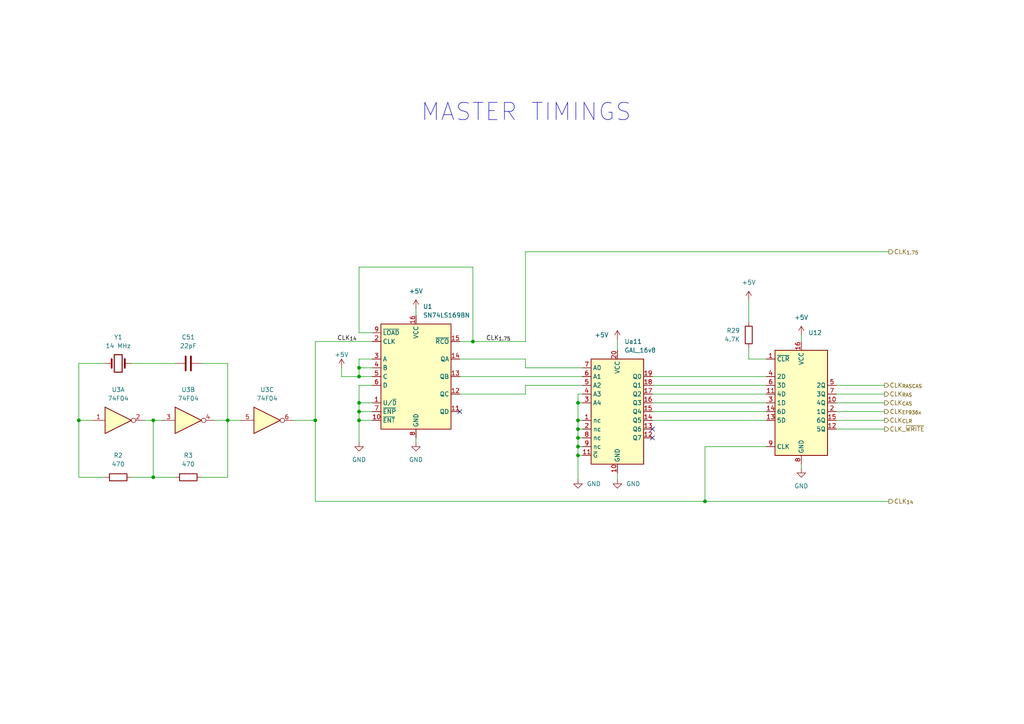
<source format=kicad_sch>
(kicad_sch (version 20211123) (generator eeschema)
  (paper "A4")
  (title_block (title "LOW SPEED GRAPHIK") (date "2022-03-13") (rev "V001") (comment 1 "reverse-engineered in 2022") (comment 2 "creativecommons.org/licenses/by/4.0/") (comment 3 "License: CC BY 4.0") (comment 4 "Author: InsaneDruid"))
  (lib_symbols
    (symbol "74xx:74AHC04"
      (property "Reference" "U" (at 0 1.27 0))
      (property "Value" "74AHC04" (at 0 -1.27 0))
      (symbol "74AHC04_1_0"
        (polyline (pts (xy -3.81 3.81) (xy -3.81 -3.81) (xy 3.81 0) (xy -3.81 3.81)) (stroke (width 0.254)) (fill (type background)))
        (pin input line (at -7.62 0 0) (length 3.81) (name "~") (number "1"))
        (pin output inverted (at 7.62 0 180) (length 3.81) (name "~") (number "2"))
      )
      (symbol "74AHC04_2_0"
        (polyline (pts (xy -3.81 3.81) (xy -3.81 -3.81) (xy 3.81 0) (xy -3.81 3.81)) (stroke (width 0.254)) (fill (type background)))
        (pin input line (at -7.62 0 0) (length 3.81) (name "~") (number "3"))
        (pin output inverted (at 7.62 0 180) (length 3.81) (name "~") (number "4"))
      )
      (symbol "74AHC04_3_0"
        (polyline (pts (xy -3.81 3.81) (xy -3.81 -3.81) (xy 3.81 0) (xy -3.81 3.81)) (stroke (width 0.254)) (fill (type background)))
        (pin input line (at -7.62 0 0) (length 3.81) (name "~") (number "5"))
        (pin output inverted (at 7.62 0 180) (length 3.81) (name "~") (number "6"))
      )
      (symbol "74AHC04_4_0"
        (polyline (pts (xy -3.81 3.81) (xy -3.81 -3.81) (xy 3.81 0) (xy -3.81 3.81)) (stroke (width 0.254)) (fill (type background)))
        (pin output inverted (at 7.62 0 180) (length 3.81) (name "~") (number "8"))
        (pin input line (at -7.62 0 0) (length 3.81) (name "~") (number "9"))
      )
      (symbol "74AHC04_5_0"
        (polyline (pts (xy -3.81 3.81) (xy -3.81 -3.81) (xy 3.81 0) (xy -3.81 3.81)) (stroke (width 0.254)) (fill (type background)))
        (pin output inverted (at 7.62 0 180) (length 3.81) (name "~") (number "10"))
        (pin input line (at -7.62 0 0) (length 3.81) (name "~") (number "11"))
      )
      (symbol "74AHC04_6_0"
        (polyline (pts (xy -3.81 3.81) (xy -3.81 -3.81) (xy 3.81 0) (xy -3.81 3.81)) (stroke (width 0.254)) (fill (type background)))
        (pin output inverted (at 7.62 0 180) (length 3.81) (name "~") (number "12"))
        (pin input line (at -7.62 0 0) (length 3.81) (name "~") (number "13"))
      )
      (symbol "74AHC04_7_0"
        (pin power_in line (at 0 12.7 270) (length 5.08) (name "VCC") (number "14"))
        (pin power_in line (at 0 -12.7 90) (length 5.08) (name "GND") (number "7"))
      )
      (symbol "74AHC04_7_1"
        (rectangle (start -5.08 7.62) (end 5.08 -7.62) (stroke (width 0.254)) (fill (type background)))
      )
    )
    (symbol "Device:C" (pin_numbers hide) (pin_names (offset 0.254))
      (property "Reference" "C" (at 0.635 2.54 0))
      (property "Value" "C" (at 0.635 -2.54 0))
      (symbol "C_0_1"
        (polyline (pts (xy -2.032 -0.762) (xy 2.032 -0.762)) (stroke (width 0.508)))
        (polyline (pts (xy -2.032 0.762) (xy 2.032 0.762)) (stroke (width 0.508)))
      )
      (symbol "C_1_1"
        (pin passive line (at 0 3.81 270) (length 2.794) (name "~") (number "1"))
        (pin passive line (at 0 -3.81 90) (length 2.794) (name "~") (number "2"))
      )
    )
    (symbol "Device:Crystal" (pin_numbers hide) (pin_names (offset 1.016) hide)
      (property "Reference" "Y" (at 0 3.81 0))
      (property "Value" "Crystal" (at 0 -3.81 0))
      (symbol "Crystal_0_1"
        (rectangle (start -1.143 2.54) (end 1.143 -2.54) (stroke (width 0.3048)))
        (polyline (pts (xy -2.54 0) (xy -1.905 0)))
        (polyline (pts (xy -1.905 -1.27) (xy -1.905 1.27)) (stroke (width 0.508)))
        (polyline (pts (xy 1.905 -1.27) (xy 1.905 1.27)) (stroke (width 0.508)))
        (polyline (pts (xy 2.54 0) (xy 1.905 0)))
      )
      (symbol "Crystal_1_1"
        (pin passive line (at -3.81 0 0) (length 1.27) (name "1") (number "1"))
        (pin passive line (at 3.81 0 180) (length 1.27) (name "2") (number "2"))
      )
    )
    (symbol "Device:R" (pin_numbers hide) (pin_names (offset 0))
      (property "Reference" "R" (at 2.032 0 90))
      (property "Value" "R" (at 0 0 90))
      (symbol "R_0_1"
        (rectangle (start -1.016 -2.54) (end 1.016 2.54) (stroke (width 0.254)))
      )
      (symbol "R_1_1"
        (pin passive line (at 0 3.81 270) (length 1.27) (name "~") (number "1"))
        (pin passive line (at 0 -3.81 90) (length 1.27) (name "~") (number "2"))
      )
    )
    (symbol "HGS_lib_sch:GAL_16v8"
      (property "Reference" "Ua11" (at 2.0194 20.32 0))
      (property "Value" "GAL_16v8" (at 2.0194 17.78 0))
      (symbol "GAL_16v8_0_1"
        (rectangle (start -7.62 15.24) (end 7.62 -15.24) (stroke (width 0.254)) (fill (type background)))
      )
      (symbol "GAL_16v8_1_1"
        (pin input line (at -10.16 -2.54 0) (length 2.54) (name "nc") (number "1"))
        (pin power_in line (at 0 -17.78 90) (length 2.54) (name "GND") (number "10"))
        (pin input line (at -10.16 -12.7 0) (length 2.54) (name "~{G}") (number "11"))
        (pin output line (at 10.16 -7.62 180) (length 2.54) (name "Q7") (number "12"))
        (pin output line (at 10.16 -5.08 180) (length 2.54) (name "Q6") (number "13"))
        (pin output line (at 10.16 -2.54 180) (length 2.54) (name "Q5") (number "14"))
        (pin output line (at 10.16 0 180) (length 2.54) (name "Q4") (number "15"))
        (pin output line (at 10.16 2.54 180) (length 2.54) (name "Q3") (number "16"))
        (pin output line (at 10.16 5.08 180) (length 2.54) (name "Q2") (number "17"))
        (pin output line (at 10.16 7.62 180) (length 2.54) (name "Q1") (number "18"))
        (pin output line (at 10.16 10.16 180) (length 2.54) (name "Q0") (number "19"))
        (pin input line (at -10.16 -5.08 0) (length 2.54) (name "nc") (number "2"))
        (pin power_in line (at 0 17.78 270) (length 2.54) (name "VCC") (number "20"))
        (pin input line (at -10.16 2.54 0) (length 2.54) (name "A4") (number "3"))
        (pin input line (at -10.16 5.08 0) (length 2.54) (name "A3") (number "4"))
        (pin input line (at -10.16 7.62 0) (length 2.54) (name "A2") (number "5"))
        (pin input line (at -10.16 10.16 0) (length 2.54) (name "A1") (number "6"))
        (pin input line (at -10.16 12.7 0) (length 2.54) (name "A0") (number "7"))
        (pin input line (at -10.16 -7.62 0) (length 2.54) (name "nc") (number "8"))
        (pin input line (at -10.16 -10.16 0) (length 2.54) (name "nc") (number "9"))
      )
    )
    (symbol "HGS_lib_sch:SN74LS169BN"
      (property "Reference" "U1" (at -10.16 17.78 0))
      (property "Value" "SN74LS169BN" (at 5.08 -17.78 0))
      (symbol "SN74LS169BN_0_0"
        (pin input line (at -12.7 -7.62 0) (length 2.54) (name "U/~{D}") (number "1"))
        (pin input line (at -12.7 -12.7 0) (length 2.54) (name "~{ENT}") (number "10"))
        (pin output line (at 12.7 -10.16 180) (length 2.54) (name "QD") (number "11"))
        (pin output line (at 12.7 -5.08 180) (length 2.54) (name "QC") (number "12"))
        (pin output line (at 12.7 0 180) (length 2.54) (name "QB") (number "13"))
        (pin output line (at 12.7 5.08 180) (length 2.54) (name "QA") (number "14"))
        (pin output line (at 12.7 10.16 180) (length 2.54) (name "~{RCO}") (number "15"))
        (pin power_in line (at 0 17.78 270) (length 2.54) (name "VCC") (number "16"))
        (pin input line (at -12.7 10.16 0) (length 2.54) (name "CLK") (number "2"))
        (pin input line (at -12.7 5.08 0) (length 2.54) (name "A") (number "3"))
        (pin input line (at -12.7 2.54 0) (length 2.54) (name "B") (number "4"))
        (pin input line (at -12.7 0 0) (length 2.54) (name "C") (number "5"))
        (pin input line (at -12.7 -2.54 0) (length 2.54) (name "D") (number "6"))
        (pin input line (at -12.7 -10.16 0) (length 2.54) (name "~{ENP}") (number "7"))
        (pin power_in line (at 0 -17.78 90) (length 2.54) (name "GND") (number "8"))
        (pin input line (at -12.7 12.7 0) (length 2.54) (name "~{LOAD}") (number "9"))
      )
      (symbol "SN74LS169BN_0_1"
        (polyline (pts (xy -10.16 15.24) (xy 10.16 15.24) (xy 10.16 -15.24) (xy -10.16 -15.24) (xy -10.16 15.24)) (stroke (width 0.254)) (fill (type background)))
      )
    )
    (symbol "HGS_lib_sch:SN74LS174N"
      (property "Reference" "U12" (at -7.62 17.78 0))
      (property "Value" "SN74LS174N" (at 2.54 -17.78 0))
      (symbol "SN74LS174N_0_0"
        (pin input line (at -10.16 12.7 0) (length 2.54) (name "~{CLR}") (number "1"))
        (pin output line (at 10.16 0 180) (length 2.54) (name "4Q") (number "10"))
        (pin input line (at -10.16 2.54 0) (length 2.54) (name "4D") (number "11"))
        (pin output line (at 10.16 -7.62 180) (length 2.54) (name "5Q") (number "12"))
        (pin input line (at -10.16 -5.08 0) (length 2.54) (name "5D") (number "13"))
        (pin input line (at -10.16 -2.54 0) (length 2.54) (name "6D") (number "14"))
        (pin output line (at 10.16 -5.08 180) (length 2.54) (name "6Q") (number "15"))
        (pin power_in line (at 0 17.78 270) (length 2.54) (name "VCC") (number "16"))
        (pin output line (at 10.16 -2.54 180) (length 2.54) (name "1Q") (number "2"))
        (pin input line (at -10.16 0 0) (length 2.54) (name "1D") (number "3"))
        (pin input line (at -10.16 7.62 0) (length 2.54) (name "2D") (number "4"))
        (pin output line (at 10.16 5.08 180) (length 2.54) (name "2Q") (number "5"))
        (pin input line (at -10.16 5.08 0) (length 2.54) (name "3D") (number "6"))
        (pin output line (at 10.16 2.54 180) (length 2.54) (name "3Q") (number "7"))
        (pin power_in line (at 0 -17.78 90) (length 2.54) (name "GND") (number "8"))
        (pin input line (at -10.16 -12.7 0) (length 2.54) (name "CLK") (number "9"))
      )
      (symbol "SN74LS174N_0_1"
        (polyline (pts (xy -7.62 15.24) (xy 7.62 15.24) (xy 7.62 -15.24) (xy -7.62 -15.24) (xy -7.62 15.24)) (stroke (width 0.254)) (fill (type background)))
      )
    )
    (symbol "power:+5V" (power) (pin_names (offset 0))
      (property "Value" "+5V" (at 0 3.556 0))
      (symbol "+5V_0_1"
        (polyline (pts (xy -0.762 1.27) (xy 0 2.54)))
        (polyline (pts (xy 0 0) (xy 0 2.54)))
        (polyline (pts (xy 0 2.54) (xy 0.762 1.27)))
      )
      (symbol "+5V_1_1"
        (pin power_in line (at 0 0 90) (length 0) hide (name "+5V") (number "1"))
      )
    )
    (symbol "power:GND" (power) (pin_names (offset 0))
      (property "Value" "GND" (at 0 -3.81 0))
      (symbol "GND_0_1"
        (polyline (pts (xy 0 0) (xy 0 -1.27) (xy 1.27 -1.27) (xy 0 -2.54) (xy -1.27 -1.27) (xy 0 -1.27)))
      )
      (symbol "GND_1_1"
        (pin power_in line (at 0 0 270) (length 0) hide (name "GND") (number "1"))
      )
    )
  )
  (junction (at 44.45 121.92))
  (junction (at 167.64 121.92))
  (junction (at 44.45 138.43))
  (junction (at 167.64 124.46))
  (junction (at 167.64 132.08))
  (junction (at 167.64 116.84))
  (junction (at 167.64 129.54))
  (junction (at 104.14 116.84))
  (junction (at 104.14 121.92))
  (junction (at 91.44 121.92))
  (junction (at 137.16 99.06))
  (junction (at 167.64 127))
  (junction (at 104.14 106.68))
  (junction (at 22.86 121.92))
  (junction (at 66.04 121.92))
  (junction (at 104.14 109.22))
  (junction (at 104.14 119.38))
  (junction (at 204.47 145.415))
  (no_connect (at 133.35 119.38))
  (no_connect (at 189.23 127))
  (no_connect (at 189.23 124.46))
  (wire (pts (xy 104.14 106.68) (xy 104.14 104.14)))
  (wire (pts (xy 152.4 111.76) (xy 152.4 114.3)))
  (wire (pts (xy 168.91 116.84) (xy 167.64 116.84)))
  (wire (pts (xy 22.86 105.41) (xy 22.86 121.92)))
  (wire (pts (xy 85.09 121.92) (xy 91.44 121.92)))
  (wire (pts (xy 242.57 111.76) (xy 256.54 111.76)))
  (wire (pts (xy 62.23 121.92) (xy 66.04 121.92)))
  (wire (pts (xy 137.16 99.06) (xy 152.4 99.06)))
  (wire (pts (xy 104.14 104.14) (xy 107.95 104.14)))
  (wire (pts (xy 167.64 116.84) (xy 167.64 121.92)))
  (wire (pts (xy 152.4 106.68) (xy 168.91 106.68)))
  (wire (pts (xy 22.86 105.41) (xy 30.48 105.41)))
  (wire (pts (xy 168.91 114.3) (xy 167.64 114.3)))
  (wire (pts (xy 58.42 138.43) (xy 66.04 138.43)))
  (wire (pts (xy 152.4 114.3) (xy 133.35 114.3)))
  (wire (pts (xy 189.23 119.38) (xy 222.25 119.38)))
  (wire (pts (xy 38.1 105.41) (xy 50.8 105.41)))
  (wire (pts (xy 58.42 105.41) (xy 66.04 105.41)))
  (wire (pts (xy 133.35 99.06) (xy 137.16 99.06)))
  (wire (pts (xy 44.45 138.43) (xy 50.8 138.43)))
  (wire (pts (xy 179.07 137.16) (xy 179.07 139.065)))
  (wire (pts (xy 104.14 111.76) (xy 107.95 111.76)))
  (wire (pts (xy 167.64 129.54) (xy 167.64 132.08)))
  (wire (pts (xy 232.41 97.155) (xy 232.41 99.06)))
  (wire (pts (xy 242.57 121.92) (xy 256.54 121.92)))
  (wire (pts (xy 38.1 138.43) (xy 44.45 138.43)))
  (wire (pts (xy 104.14 116.84) (xy 104.14 119.38)))
  (wire (pts (xy 104.14 121.92) (xy 104.14 119.38)))
  (wire (pts (xy 152.4 104.14) (xy 152.4 106.68)))
  (wire (pts (xy 152.4 111.76) (xy 168.91 111.76)))
  (wire (pts (xy 104.14 96.52) (xy 104.14 77.47)))
  (wire (pts (xy 217.17 86.995) (xy 217.17 93.345)))
  (wire (pts (xy 91.44 121.92) (xy 91.44 145.415)))
  (wire (pts (xy 167.64 124.46) (xy 167.64 127)))
  (wire (pts (xy 167.64 127) (xy 167.64 129.54)))
  (wire (pts (xy 66.04 121.92) (xy 69.85 121.92)))
  (wire (pts (xy 22.86 138.43) (xy 30.48 138.43)))
  (wire (pts (xy 104.14 96.52) (xy 107.95 96.52)))
  (wire (pts (xy 242.57 116.84) (xy 256.54 116.84)))
  (wire (pts (xy 179.07 98.425) (xy 179.07 101.6)))
  (wire (pts (xy 104.14 121.92) (xy 107.95 121.92)))
  (wire (pts (xy 168.91 129.54) (xy 167.64 129.54)))
  (wire (pts (xy 204.47 145.415) (xy 204.47 129.54)))
  (wire (pts (xy 91.44 99.06) (xy 107.95 99.06)))
  (wire (pts (xy 99.06 106.68) (xy 99.06 109.22)))
  (wire (pts (xy 44.45 121.92) (xy 46.99 121.92)))
  (wire (pts (xy 104.14 109.22) (xy 107.95 109.22)))
  (wire (pts (xy 167.64 121.92) (xy 167.64 124.46)))
  (wire (pts (xy 168.91 127) (xy 167.64 127)))
  (wire (pts (xy 167.64 132.08) (xy 167.64 139.065)))
  (wire (pts (xy 133.35 109.22) (xy 168.91 109.22)))
  (wire (pts (xy 120.65 127) (xy 120.65 128.27)))
  (wire (pts (xy 204.47 145.415) (xy 257.81 145.415)))
  (wire (pts (xy 217.17 104.14) (xy 222.25 104.14)))
  (wire (pts (xy 204.47 129.54) (xy 222.25 129.54)))
  (wire (pts (xy 44.45 121.92) (xy 41.91 121.92)))
  (wire (pts (xy 152.4 73.025) (xy 257.81 73.025)))
  (wire (pts (xy 22.86 121.92) (xy 22.86 138.43)))
  (wire (pts (xy 137.16 99.06) (xy 137.16 77.47)))
  (wire (pts (xy 104.14 111.76) (xy 104.14 116.84)))
  (wire (pts (xy 66.04 105.41) (xy 66.04 121.92)))
  (wire (pts (xy 189.23 121.92) (xy 222.25 121.92)))
  (wire (pts (xy 120.65 91.44) (xy 120.65 89.535)))
  (wire (pts (xy 104.14 121.92) (xy 104.14 128.27)))
  (wire (pts (xy 91.44 99.06) (xy 91.44 121.92)))
  (wire (pts (xy 91.44 145.415) (xy 204.47 145.415)))
  (wire (pts (xy 104.14 106.68) (xy 107.95 106.68)))
  (wire (pts (xy 104.14 109.22) (xy 99.06 109.22)))
  (wire (pts (xy 104.14 116.84) (xy 107.95 116.84)))
  (wire (pts (xy 232.41 135.89) (xy 232.41 134.62)))
  (wire (pts (xy 189.23 114.3) (xy 222.25 114.3)))
  (wire (pts (xy 44.45 121.92) (xy 44.45 138.43)))
  (wire (pts (xy 167.64 114.3) (xy 167.64 116.84)))
  (wire (pts (xy 104.14 119.38) (xy 107.95 119.38)))
  (wire (pts (xy 242.57 124.46) (xy 256.54 124.46)))
  (wire (pts (xy 189.23 109.22) (xy 222.25 109.22)))
  (wire (pts (xy 22.86 121.92) (xy 26.67 121.92)))
  (wire (pts (xy 152.4 99.06) (xy 152.4 73.025)))
  (wire (pts (xy 152.4 104.14) (xy 133.35 104.14)))
  (wire (pts (xy 217.17 100.965) (xy 217.17 104.14)))
  (wire (pts (xy 168.91 121.92) (xy 167.64 121.92)))
  (wire (pts (xy 189.23 111.76) (xy 222.25 111.76)))
  (wire (pts (xy 242.57 114.3) (xy 256.54 114.3)))
  (wire (pts (xy 104.14 77.47) (xy 137.16 77.47)))
  (wire (pts (xy 66.04 138.43) (xy 66.04 121.92)))
  (wire (pts (xy 242.57 119.38) (xy 256.54 119.38)))
  (wire (pts (xy 168.91 124.46) (xy 167.64 124.46)))
  (wire (pts (xy 189.23 116.84) (xy 222.25 116.84)))
  (wire (pts (xy 168.91 132.08) (xy 167.64 132.08)))
  (wire (pts (xy 104.14 109.22) (xy 104.14 106.68)))
  (text "MASTER TIMINGS" (at 121.92 35.56 0) (effects (font (size 5 5)) (justify left bottom)))
  (label "CLK_{14}" (at 97.79 99.06 0))
  (label "CLK_{1.75}" (at 140.97 99.06 0))
  (hierarchical_label "CLK_~{WRITE}" (shape output) (at 256.54 124.46 0))
  (hierarchical_label "CLK_{14}" (shape output) (at 257.81 145.415 0))
  (hierarchical_label "CLK_{CAS}" (shape output) (at 256.54 116.84 0))
  (hierarchical_label "CLK_{EF936x}" (shape output) (at 256.54 119.38 0))
  (hierarchical_label "CLK_{CLR}" (shape output) (at 256.54 121.92 0))
  (hierarchical_label "CLK_{RAS}" (shape output) (at 256.54 114.3 0))
  (hierarchical_label "CLK_{RASCAS}" (shape output) (at 256.54 111.76 0))
  (hierarchical_label "CLK_{1.75}" (shape output) (at 257.81 73.025 0))
  (symbol (lib_id "power:+5V") (at 99.06 106.68 0) (unit 1)
    (property "Reference" "#PWR061" (effects hide))
    (property "Value" "+5V" (at 99.06 102.87 0))
  )
  (symbol (lib_id "74xx:74AHC04") (at 34.29 121.92 0) (unit 1)
    (property "Reference" "U3" (at 34.29 113.03 0))
    (property "Value" "74F04" (at 34.29 115.57 0))
    (property "Footprint" "lsg_lib_fp:DIP-14_W7.62mm" (effects hide))
    (property "Datasheet" "https://assets.nexperia.com/documents/data-sheet/74AHC_AHCT04.pdf" (effects hide))
  )
  (symbol (lib_id "HGS_lib_sch:GAL_16v8") (at 179.07 119.38 0) (unit 1)
    (property "Reference" "Ua11" (at 181.0894 99.06 0) (effects (justify left)))
    (property "Value" "GAL_16v8" (at 181.0894 101.6 0) (effects (justify left)))
    (property "Footprint" "lsg_lib_fp:DIP-20_W7.62mm" (effects hide))
    (property "Datasheet" "http://www.inf.fu-berlin.de/lehre/SS02/HWP/beschreibungen/GAL16V8.pdf" (effects hide))
  )
  (symbol (lib_id "power:+5V") (at 232.41 97.155 0) (unit 1)
    (property "Reference" "#PWR069" (effects hide))
    (property "Value" "+5V" (at 232.41 92.075 0))
  )
  (symbol (lib_id "74xx:74AHC04") (at 77.47 121.92 0) (unit 3)
    (property "Reference" "U3" (at 77.47 113.03 0))
    (property "Value" "74F04" (at 77.47 115.57 0))
    (property "Footprint" "lsg_lib_fp:DIP-14_W7.62mm" (effects hide))
    (property "Datasheet" "https://assets.nexperia.com/documents/data-sheet/74AHC_AHCT04.pdf" (effects hide))
  )
  (symbol (lib_id "Device:R") (at 54.61 138.43 90) (unit 1)
    (property "Reference" "R3" (at 54.61 132.08 90))
    (property "Value" "470" (at 54.61 134.62 90))
    (property "Footprint" "Library:R_Axial_DIN0309_L9.0mm_D222.2mm_P12.70mm_Horizontal" (effects hide))
  )
  (symbol (lib_id "HGS_lib_sch:SN74LS174N") (at 232.41 116.84 0) (unit 1)
    (property "Reference" "U12" (at 234.4294 96.52 0) (effects (justify left)))
    (property "Value" "SN74LS174N" (effects hide))
    (property "Footprint" "lsg_lib_fp:DIP-16_W7.62mm" (effects hide))
    (property "Datasheet" "http://www.ti.com/lit/gpn/sn74ls174" (effects hide))
  )
  (symbol (lib_id "power:GND") (at 120.65 128.27 0) (unit 1)
    (property "Reference" "#PWR064" (effects hide))
    (property "Value" "GND" (at 120.65 133.35 0))
  )
  (symbol (lib_id "power:GND") (at 179.07 139.065 0) (unit 1)
    (property "Reference" "#PWR0125" (effects hide))
    (property "Value" "GND" (at 181.61 140.3349 0) (effects (justify left)))
  )
  (symbol (lib_id "power:GND") (at 232.41 135.89 0) (unit 1)
    (property "Reference" "#PWR070" (effects hide))
    (property "Value" "GND" (at 232.41 140.97 0))
  )
  (symbol (lib_id "Device:Crystal") (at 34.29 105.41 0) (unit 1)
    (property "Reference" "Y1" (at 34.29 97.79 0))
    (property "Value" "14 MHz" (at 34.29 100.33 0))
    (property "Footprint" "lsg_lib_fp:Crystal_HC49-U_Vertical" (effects hide))
  )
  (symbol (lib_id "Device:C") (at 54.61 105.41 90) (unit 1)
    (property "Reference" "C51" (at 54.61 97.79 90))
    (property "Value" "22pF" (at 54.61 100.33 90))
    (property "Footprint" "lsg_lib_fp:C_Rect_L7.0mm_W2.5mm_P5.08mm" (effects hide))
  )
  (symbol (lib_id "power:+5V") (at 120.65 89.535 0) (unit 1)
    (property "Reference" "#PWR063" (effects hide))
    (property "Value" "+5V" (at 120.65 84.455 0))
  )
  (symbol (lib_id "Device:R") (at 34.29 138.43 90) (unit 1)
    (property "Reference" "R2" (at 34.29 132.08 90))
    (property "Value" "470" (at 34.29 134.62 90))
    (property "Footprint" "Library:R_Axial_DIN0309_L9.0mm_D222.2mm_P12.70mm_Horizontal" (effects hide))
  )
  (symbol (lib_id "74xx:74AHC04") (at 54.61 121.92 0) (unit 2)
    (property "Reference" "U3" (at 54.61 113.03 0))
    (property "Value" "74F04" (at 54.61 115.57 0))
    (property "Footprint" "lsg_lib_fp:DIP-14_W7.62mm" (effects hide))
    (property "Datasheet" "https://assets.nexperia.com/documents/data-sheet/74AHC_AHCT04.pdf" (effects hide))
  )
  (symbol (lib_id "power:+5V") (at 217.17 86.995 0) (unit 1)
    (property "Reference" "#PWR068" (effects hide))
    (property "Value" "+5V" (at 217.17 81.915 0))
  )
  (symbol (lib_id "power:GND") (at 167.64 139.065 0) (unit 1)
    (property "Reference" "#PWR0128" (effects hide))
    (property "Value" "GND" (at 170.18 140.3349 0) (effects (justify left)))
  )
  (symbol (lib_id "HGS_lib_sch:SN74LS169BN") (at 120.65 109.22 0) (unit 1)
    (property "Reference" "U1" (at 122.6694 88.9 0) (effects (justify left)))
    (property "Value" "SN74LS169BN" (at 122.6694 91.44 0) (effects (justify left)))
    (property "Footprint" "lsg_lib_fp:DIP-16_W7.62mm" (effects hide))
    (property "Datasheet" "http://www.ti.com/lit/gpn/SN74LS169B" (effects hide))
  )
  (symbol (lib_id "Device:R") (at 217.17 97.155 180) (unit 1)
    (property "Reference" "R29" (at 214.63 95.8849 0) (effects (justify left)))
    (property "Value" "4.7K" (at 214.63 98.4249 0) (effects (justify left)))
    (property "Footprint" "lsg_lib_fp:R_Axial_DIN0309_L9.0mm_D222.2mm_P12.70mm_Horizontal" (effects hide))
  )
  (symbol (lib_id "power:GND") (at 104.14 128.27 0) (unit 1)
    (property "Reference" "#PWR062" (effects hide))
    (property "Value" "GND" (at 104.14 133.35 0))
  )
  (symbol (lib_id "power:+5V") (at 179.07 98.425 0) (unit 1)
    (property "Reference" "#PWR0127" (effects hide))
    (property "Value" "+5V" (at 176.53 97.1549 0) (effects (justify right)))
  )
)
</source>
